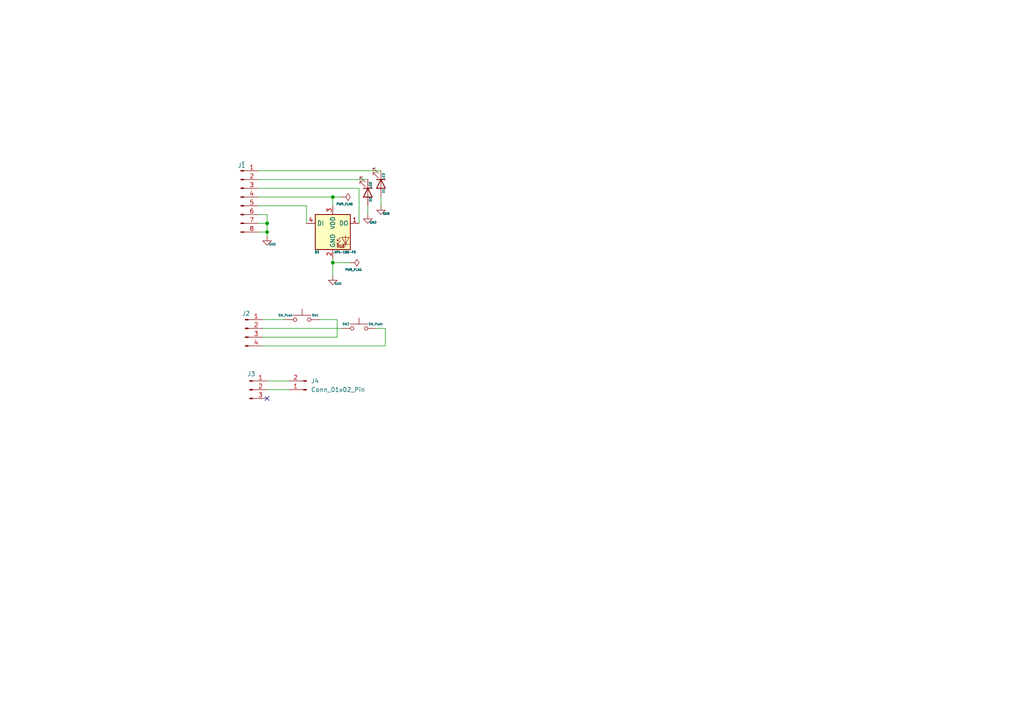
<source format=kicad_sch>
(kicad_sch (version 20231120) (generator "eeschema") (generator_version "8.0")
  (paper "A4")
  (lib_symbols
    (symbol "Connector:Conn_01x02_Pin" (pin_names (offset 1.016) hide)
      (property "Reference" "J" (at 0 2.54 0))
      (property "Value" "Conn_01x02_Pin" (at 0 -5.08 0))
      (symbol "Conn_01x02_Pin_1_1"
        (polyline (pts (xy 1.27 -2.54) (xy 0.8636 -2.54)) (stroke (width 0.1524)))
        (polyline (pts (xy 1.27 0) (xy 0.8636 0)) (stroke (width 0.1524)))
        (rectangle (start 0.8636 -2.413) (end 0 -2.667) (stroke (width 0.1524)) (fill (type outline)))
        (rectangle (start 0.8636 0.127) (end 0 -0.127) (stroke (width 0.1524)) (fill (type outline)))
        (pin passive line (at 5.08 0 180) (length 3.81) (name "Pin_1") (number "1"))
        (pin passive line (at 5.08 -2.54 180) (length 3.81) (name "Pin_2") (number "2"))
      )
    )
    (symbol "Connector:Conn_01x03_Pin" (pin_names (offset 1.016) hide)
      (property "Reference" "J" (at 0 5.08 0))
      (property "Value" "Conn_01x03_Pin" (at 0 -5.08 0))
      (symbol "Conn_01x03_Pin_1_1"
        (polyline (pts (xy 1.27 -2.54) (xy 0.8636 -2.54)) (stroke (width 0.1524)))
        (polyline (pts (xy 1.27 0) (xy 0.8636 0)) (stroke (width 0.1524)))
        (polyline (pts (xy 1.27 2.54) (xy 0.8636 2.54)) (stroke (width 0.1524)))
        (rectangle (start 0.8636 -2.413) (end 0 -2.667) (stroke (width 0.1524)) (fill (type outline)))
        (rectangle (start 0.8636 0.127) (end 0 -0.127) (stroke (width 0.1524)) (fill (type outline)))
        (rectangle (start 0.8636 2.667) (end 0 2.413) (stroke (width 0.1524)) (fill (type outline)))
        (pin passive line (at 5.08 2.54 180) (length 3.81) (name "Pin_1") (number "1"))
        (pin passive line (at 5.08 0 180) (length 3.81) (name "Pin_2") (number "2"))
        (pin passive line (at 5.08 -2.54 180) (length 3.81) (name "Pin_3") (number "3"))
      )
    )
    (symbol "Connector:Conn_01x04_Pin" (pin_names (offset 1.016) hide)
      (property "Reference" "J" (at 0 5.08 0))
      (property "Value" "Conn_01x04_Pin" (at 0 -7.62 0))
      (symbol "Conn_01x04_Pin_1_1"
        (polyline (pts (xy 1.27 -5.08) (xy 0.8636 -5.08)) (stroke (width 0.1524)))
        (polyline (pts (xy 1.27 -2.54) (xy 0.8636 -2.54)) (stroke (width 0.1524)))
        (polyline (pts (xy 1.27 0) (xy 0.8636 0)) (stroke (width 0.1524)))
        (polyline (pts (xy 1.27 2.54) (xy 0.8636 2.54)) (stroke (width 0.1524)))
        (rectangle (start 0.8636 -4.953) (end 0 -5.207) (stroke (width 0.1524)) (fill (type outline)))
        (rectangle (start 0.8636 -2.413) (end 0 -2.667) (stroke (width 0.1524)) (fill (type outline)))
        (rectangle (start 0.8636 0.127) (end 0 -0.127) (stroke (width 0.1524)) (fill (type outline)))
        (rectangle (start 0.8636 2.667) (end 0 2.413) (stroke (width 0.1524)) (fill (type outline)))
        (pin passive line (at 5.08 2.54 180) (length 3.81) (name "Pin_1") (number "1"))
        (pin passive line (at 5.08 0 180) (length 3.81) (name "Pin_2") (number "2"))
        (pin passive line (at 5.08 -2.54 180) (length 3.81) (name "Pin_3") (number "3"))
        (pin passive line (at 5.08 -5.08 180) (length 3.81) (name "Pin_4") (number "4"))
      )
    )
    (symbol "Connector:Conn_01x08_Pin" (pin_names (offset 1.016) hide)
      (property "Reference" "J" (at 0 10.16 0))
      (property "Value" "Conn_01x08_Pin" (at 0 -12.7 0))
      (symbol "Conn_01x08_Pin_1_1"
        (polyline (pts (xy 1.27 -10.16) (xy 0.8636 -10.16)) (stroke (width 0.1524)))
        (polyline (pts (xy 1.27 -7.62) (xy 0.8636 -7.62)) (stroke (width 0.1524)))
        (polyline (pts (xy 1.27 -5.08) (xy 0.8636 -5.08)) (stroke (width 0.1524)))
        (polyline (pts (xy 1.27 -2.54) (xy 0.8636 -2.54)) (stroke (width 0.1524)))
        (polyline (pts (xy 1.27 0) (xy 0.8636 0)) (stroke (width 0.1524)))
        (polyline (pts (xy 1.27 2.54) (xy 0.8636 2.54)) (stroke (width 0.1524)))
        (polyline (pts (xy 1.27 5.08) (xy 0.8636 5.08)) (stroke (width 0.1524)))
        (polyline (pts (xy 1.27 7.62) (xy 0.8636 7.62)) (stroke (width 0.1524)))
        (rectangle (start 0.8636 -10.033) (end 0 -10.287) (stroke (width 0.1524)) (fill (type outline)))
        (rectangle (start 0.8636 -7.493) (end 0 -7.747) (stroke (width 0.1524)) (fill (type outline)))
        (rectangle (start 0.8636 -4.953) (end 0 -5.207) (stroke (width 0.1524)) (fill (type outline)))
        (rectangle (start 0.8636 -2.413) (end 0 -2.667) (stroke (width 0.1524)) (fill (type outline)))
        (rectangle (start 0.8636 0.127) (end 0 -0.127) (stroke (width 0.1524)) (fill (type outline)))
        (rectangle (start 0.8636 2.667) (end 0 2.413) (stroke (width 0.1524)) (fill (type outline)))
        (rectangle (start 0.8636 5.207) (end 0 4.953) (stroke (width 0.1524)) (fill (type outline)))
        (rectangle (start 0.8636 7.747) (end 0 7.493) (stroke (width 0.1524)) (fill (type outline)))
        (pin passive line (at 5.08 7.62 180) (length 3.81) (name "Pin_1") (number "1"))
        (pin passive line (at 5.08 5.08 180) (length 3.81) (name "Pin_2") (number "2"))
        (pin passive line (at 5.08 2.54 180) (length 3.81) (name "Pin_3") (number "3"))
        (pin passive line (at 5.08 0 180) (length 3.81) (name "Pin_4") (number "4"))
        (pin passive line (at 5.08 -2.54 180) (length 3.81) (name "Pin_5") (number "5"))
        (pin passive line (at 5.08 -5.08 180) (length 3.81) (name "Pin_6") (number "6"))
        (pin passive line (at 5.08 -7.62 180) (length 3.81) (name "Pin_7") (number "7"))
        (pin passive line (at 5.08 -10.16 180) (length 3.81) (name "Pin_8") (number "8"))
      )
    )
    (symbol "Device:LED" (pin_numbers hide) (pin_names (offset 1.016) hide)
      (property "Reference" "D" (at 0 2.54 0))
      (property "Value" "LED" (at 0 -2.54 0))
      (symbol "LED_0_1"
        (polyline (pts (xy -1.27 -1.27) (xy -1.27 1.27)) (stroke (width 0.254)))
        (polyline (pts (xy -1.27 0) (xy 1.27 0)))
        (polyline (pts (xy 1.27 -1.27) (xy 1.27 1.27) (xy -1.27 0) (xy 1.27 -1.27)) (stroke (width 0.254)))
        (polyline (pts (xy -3.048 -0.762) (xy -4.572 -2.286) (xy -3.81 -2.286) (xy -4.572 -2.286) (xy -4.572 -1.524)))
        (polyline (pts (xy -1.778 -0.762) (xy -3.302 -2.286) (xy -2.54 -2.286) (xy -3.302 -2.286) (xy -3.302 -1.524)))
      )
      (symbol "LED_1_1"
        (pin passive line (at -3.81 0 0) (length 2.54) (name "K") (number "1"))
        (pin passive line (at 3.81 0 180) (length 2.54) (name "A") (number "2"))
      )
    )
    (symbol "LED:APA-106-F5"
      (property "Reference" "D" (at 5.08 5.715 0))
      (property "Value" "APA-106-F5" (at 1.27 -5.715 0))
      (symbol "APA-106-F5_0_0"
        (text "RGB" (at 2.286 -4.191 0) (effects (font (size 0.762 0.762))))
      )
      (symbol "APA-106-F5_0_1"
        (polyline (pts (xy 1.27 -3.556) (xy 1.778 -3.556)))
        (polyline (pts (xy 1.27 -2.54) (xy 1.778 -2.54)))
        (polyline (pts (xy 4.699 -3.556) (xy 2.667 -3.556)))
        (polyline (pts (xy 2.286 -2.54) (xy 1.27 -3.556) (xy 1.27 -3.048)))
        (polyline (pts (xy 2.286 -1.524) (xy 1.27 -2.54) (xy 1.27 -2.032)))
        (polyline (pts (xy 3.683 -1.016) (xy 3.683 -3.556) (xy 3.683 -4.064)))
        (polyline (pts (xy 4.699 -1.524) (xy 2.667 -1.524) (xy 3.683 -3.556) (xy 4.699 -1.524)))
        (rectangle (start 5.08 5.08) (end -5.08 -5.08) (stroke (width 0.254)) (fill (type background)))
      )
      (symbol "APA-106-F5_1_1"
        (pin output line (at 7.62 2.54 180) (length 2.54) (name "DO") (number "1"))
        (pin power_in line (at 0 -7.62 90) (length 2.54) (name "GND") (number "2"))
        (pin power_in line (at 0 7.62 270) (length 2.54) (name "VDD") (number "3"))
        (pin input line (at -7.62 2.54 0) (length 2.54) (name "DI") (number "4"))
      )
    )
    (symbol "Switch:SW_Push" (pin_numbers hide) (pin_names (offset 1.016) hide)
      (property "Reference" "SW" (at 1.27 2.54 0))
      (property "Value" "SW_Push" (at 0 -1.524 0))
      (symbol "SW_Push_0_1"
        (circle (center -2.032 0) (radius 0.508))
        (polyline (pts (xy 0 1.27) (xy 0 3.048)))
        (polyline (pts (xy 2.54 1.27) (xy -2.54 1.27)))
        (circle (center 2.032 0) (radius 0.508))
        (pin passive line (at -5.08 0 0) (length 2.54) (name "1") (number "1"))
        (pin passive line (at 5.08 0 180) (length 2.54) (name "2") (number "2"))
      )
    )
    (symbol "power:GND" (power) (pin_numbers hide) (pin_names (offset 0) hide)
      (property "Value" "GND" (at 0 -3.81 0))
      (symbol "GND_0_1"
        (polyline (pts (xy 0 0) (xy 0 -1.27) (xy 1.27 -1.27) (xy 0 -2.54) (xy -1.27 -1.27) (xy 0 -1.27)))
      )
      (symbol "GND_1_1"
        (pin power_in line (at 0 0 270) (length 0) (name "~") (number "1"))
      )
    )
    (symbol "power:PWR_FLAG" (power) (pin_numbers hide) (pin_names (offset 0) hide)
      (property "Value" "PWR_FLAG" (at 0 3.81 0))
      (symbol "PWR_FLAG_0_0"
        (pin power_out line (at 0 0 90) (length 0) (name "~") (number "1"))
      )
      (symbol "PWR_FLAG_0_1"
        (polyline (pts (xy 0 0) (xy 0 1.27) (xy -1.016 1.905) (xy 0 2.54) (xy 1.016 1.905) (xy 0 1.27)))
      )
    )
  )
  (junction (at 77.47 67.31))
  (junction (at 77.47 64.77))
  (junction (at 96.52 57.15))
  (junction (at 96.52 76.2))
  (no_connect (at 77.47 115.57))
  (wire (pts (xy 109.22 95.25) (xy 111.76 95.25)))
  (wire (pts (xy 97.79 97.79) (xy 76.2 97.79)))
  (wire (pts (xy 74.93 67.31) (xy 77.47 67.31)))
  (wire (pts (xy 74.93 57.15) (xy 96.52 57.15)))
  (wire (pts (xy 74.93 62.23) (xy 77.47 62.23)))
  (wire (pts (xy 97.79 92.71) (xy 97.79 97.79)))
  (wire (pts (xy 96.52 76.2) (xy 101.6 76.2)))
  (wire (pts (xy 96.52 74.93) (xy 96.52 76.2)))
  (wire (pts (xy 77.47 67.31) (xy 77.47 68.58)))
  (wire (pts (xy 76.2 92.71) (xy 82.55 92.71)))
  (wire (pts (xy 110.49 57.15) (xy 110.49 59.69)))
  (wire (pts (xy 96.52 76.2) (xy 96.52 80.01)))
  (wire (pts (xy 74.93 49.53) (xy 110.49 49.53)))
  (wire (pts (xy 111.76 100.33) (xy 76.2 100.33)))
  (wire (pts (xy 74.93 64.77) (xy 77.47 64.77)))
  (wire (pts (xy 96.52 57.15) (xy 96.52 59.69)))
  (wire (pts (xy 77.47 113.03) (xy 83.82 113.03)))
  (wire (pts (xy 88.9 59.69) (xy 88.9 64.77)))
  (wire (pts (xy 77.47 62.23) (xy 77.47 64.77)))
  (wire (pts (xy 74.93 52.07) (xy 106.68 52.07)))
  (wire (pts (xy 96.52 57.15) (xy 99.06 57.15)))
  (wire (pts (xy 76.2 95.25) (xy 99.06 95.25)))
  (wire (pts (xy 92.71 92.71) (xy 97.79 92.71)))
  (wire (pts (xy 104.14 54.61) (xy 104.14 64.77)))
  (wire (pts (xy 77.47 110.49) (xy 83.82 110.49)))
  (wire (pts (xy 74.93 59.69) (xy 88.9 59.69)))
  (wire (pts (xy 74.93 54.61) (xy 104.14 54.61)))
  (wire (pts (xy 77.47 64.77) (xy 77.47 67.31)))
  (wire (pts (xy 111.76 95.25) (xy 111.76 100.33)))
  (wire (pts (xy 106.68 59.69) (xy 106.68 62.23)))
  (symbol (lib_id "Switch:SW_Push") (at 104.14 95.25 0) (unit 1)
    (property "Reference" "SW2" (at 100.33 93.98 0) (effects (font (size 0.635 0.635))))
    (property "Value" "SW_Push" (at 108.966 93.98 0) (effects (font (size 0.635 0.635))))
    (property "Footprint" "Button_Switch_THT:SW_SPST_Omron_B3F-40xx" (effects (hide yes)))
    (property "Description" "Push button switch, generic, two pins" (effects (hide yes)))
  )
  (symbol (lib_id "power:GND") (at 110.49 59.69 0) (unit 1)
    (property "Reference" "#PWR02" (effects (hide yes)))
    (property "Value" "GND" (at 112.014 61.976 0) (effects (font (size 0.635 0.635))))
    (property "Description" "Power symbol creates a global label with name \"GND\" , ground" (effects (hide yes)))
  )
  (symbol (lib_id "Connector:Conn_01x08_Pin") (at 69.85 57.15 0) (unit 1)
    (property "Reference" "J1" (at 70.104 48.006 0))
    (property "Value" "~" (at 70.485 46.99 0))
    (property "Footprint" "Connector_PinHeader_1.00mm:PinHeader_1x08_P1.00mm_Vertical" (effects (hide yes)))
    (property "Description" "Generic connector, single row, 01x08, script generated" (effects (hide yes)))
  )
  (symbol (lib_id "Connector:Conn_01x02_Pin") (at 88.9 113.03 180) (unit 1)
    (property "Reference" "J4" (at 90.17 110.4899 0) (effects (justify right)))
    (property "Value" "Conn_01x02_Pin" (at 90.17 113.0299 0) (effects (justify right)))
    (property "Footprint" "Connector_Molex:Molex_KK-396_5273-02A_1x02_P3.96mm_Vertical" (effects (hide yes)))
    (property "Description" "Generic connector, single row, 01x02, script generated" (effects (hide yes)))
  )
  (symbol (lib_id "power:PWR_FLAG") (at 101.6 76.2 270) (unit 1)
    (property "Reference" "#FLG02" (effects (hide yes)))
    (property "Value" "PWR_FLAG" (at 100.076 78.232 90) (effects (font (size 0.635 0.635)) (justify left)))
    (property "Description" "Special symbol for telling ERC where power comes from" (effects (hide yes)))
  )
  (symbol (lib_id "Switch:SW_Push") (at 87.63 92.71 0) (mirror y) (unit 1)
    (property "Reference" "SW1" (at 91.44 91.44 0) (effects (font (size 0.635 0.635))))
    (property "Value" "SW_Push" (at 82.804 91.44 0) (effects (font (size 0.635 0.635))))
    (property "Footprint" "Button_Switch_THT:SW_SPST_Omron_B3F-40xx" (effects (hide yes)))
    (property "Description" "Push button switch, generic, two pins" (effects (hide yes)))
  )
  (symbol (lib_id "Connector:Conn_01x03_Pin") (at 72.39 113.03 0) (unit 1)
    (property "Reference" "J3" (at 72.898 108.458 0))
    (property "Value" "Conn_01x03_Pin" (effects (hide yes)))
    (property "Footprint" "Connector_JST:JST_ZH_B3B-ZR_1x03_P1.50mm_Vertical" (effects (hide yes)))
    (property "Description" "Generic connector, single row, 01x03, script generated" (effects (hide yes)))
  )
  (symbol (lib_id "power:GND") (at 96.52 80.01 0) (unit 1)
    (property "Reference" "#PWR01" (effects (hide yes)))
    (property "Value" "GND" (at 98.044 82.296 0) (effects (font (size 0.635 0.635))))
    (property "Description" "Power symbol creates a global label with name \"GND\" , ground" (effects (hide yes)))
  )
  (symbol (lib_id "Device:LED") (at 106.68 55.88 270) (unit 1)
    (property "Reference" "D2" (at 107.442 57.912 0) (effects (font (size 0.635 0.635))))
    (property "Value" "LED" (at 107.442 53.594 0) (effects (font (size 0.635 0.635))))
    (property "Footprint" "LED_THT:LED_D5.0mm" (effects (hide yes)))
    (property "Description" "Light emitting diode" (effects (hide yes)))
  )
  (symbol (lib_id "LED:APA-106-F5") (at 96.52 67.31 0) (unit 1)
    (property "Reference" "D3" (at 91.948 73.152 0) (effects (font (size 0.635 0.635))))
    (property "Value" "APA-106-F5" (at 100.076 73.152 0) (effects (font (size 0.635 0.635))))
    (property "Footprint" "LED_THT:LED_D5.0mm-4_RGB" (effects (hide yes)))
    (property "Datasheet" "https://cdn.sparkfun.com/datasheets/Components/LED/COM-12877.pdf" (effects (hide yes)))
    (property "Description" "RGB LED with integrated controller, 5mm Package" (effects (hide yes)))
  )
  (symbol (lib_id "power:GND") (at 77.47 68.58 0) (unit 1)
    (property "Reference" "#PWR04" (effects (hide yes)))
    (property "Value" "GND" (at 78.994 70.866 0) (effects (font (size 0.635 0.635))))
    (property "Description" "Power symbol creates a global label with name \"GND\" , ground" (effects (hide yes)))
  )
  (symbol (lib_id "power:PWR_FLAG") (at 99.06 57.15 270) (unit 1)
    (property "Reference" "#FLG01" (effects (hide yes)))
    (property "Value" "PWR_FLAG" (at 97.536 59.182 90) (effects (font (size 0.635 0.635)) (justify left)))
    (property "Description" "Special symbol for telling ERC where power comes from" (effects (hide yes)))
  )
  (symbol (lib_id "power:GND") (at 106.68 62.23 0) (unit 1)
    (property "Reference" "#PWR03" (effects (hide yes)))
    (property "Value" "GND" (at 108.204 64.516 0) (effects (font (size 0.635 0.635))))
    (property "Description" "Power symbol creates a global label with name \"GND\" , ground" (effects (hide yes)))
  )
  (symbol (lib_id "Device:LED") (at 110.49 53.34 270) (unit 1)
    (property "Reference" "D1" (at 111.252 55.372 0) (effects (font (size 0.635 0.635))))
    (property "Value" "LED" (at 111.252 51.054 0) (effects (font (size 0.635 0.635))))
    (property "Footprint" "LED_THT:LED_D5.0mm" (effects (hide yes)))
    (property "Description" "Light emitting diode" (effects (hide yes)))
  )
  (symbol (lib_id "Connector:Conn_01x04_Pin") (at 71.12 95.25 0) (unit 1)
    (property "Reference" "J2" (at 71.374 90.932 0))
    (property "Value" "Conn_01x04_Pin" (effects (hide yes)))
    (property "Footprint" "Connector_PinHeader_1.00mm:PinHeader_1x04_P1.00mm_Vertical" (effects (hide yes)))
    (property "Description" "Generic connector, single row, 01x04, script generated" (effects (hide yes)))
  )
)
</source>
